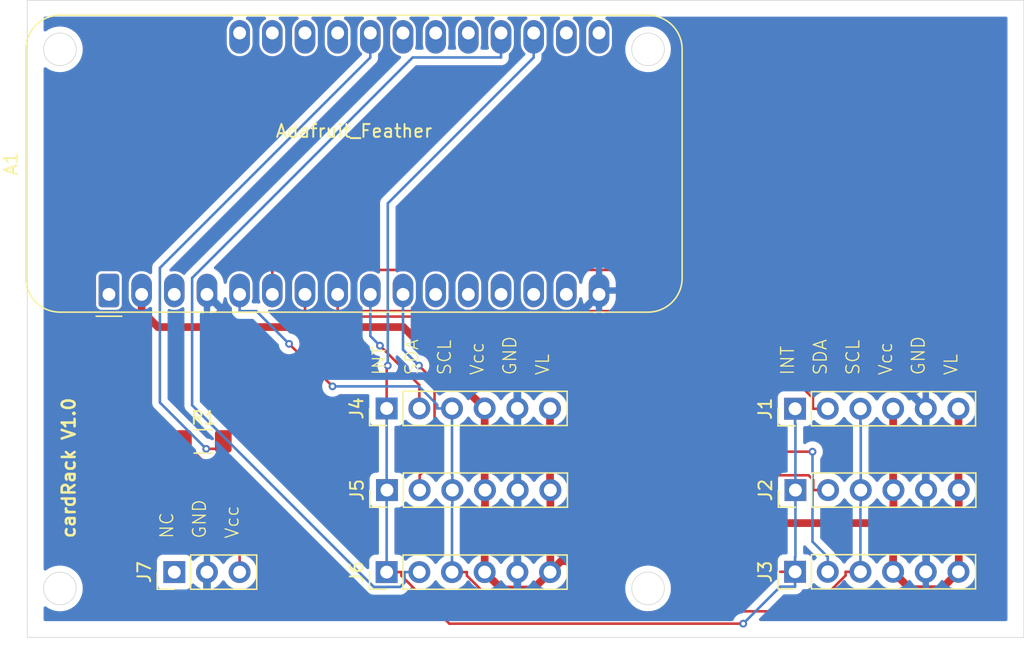
<source format=kicad_pcb>
(kicad_pcb (version 20240108) (generator "pcbnew") (generator_version "8.0")
  (layers (0 "F.Cu" signal) (31 "B.Cu" signal) (34 "B.Paste" user) (35 "F.Paste" user) (36 "B.SilkS" user "B.Silkscreen") (37 "F.SilkS" user "F.Silkscreen") (38 "B.Mask" user) (39 "F.Mask" user) (44 "Edge.Cuts" user))
  (net 0 "")
  (net 18 "/SDA2")
  (net 19 "GND")
  (net 20 "/SCL")
  (net 21 "VCC")
  (net 22 "/LED")
  (net 23 "/SDA4")
  (net 24 "/SDA6")
  (net 25 "/SDA3")
  (net 26 "/INT")
  (net 27 "/SDA1")
  (net 28 "/SDA5")
  (net 29 "Net-(J7-Pin_3)")
  (footprint "Connector_PinHeader_2.54mm:PinHeader_1x06_P2.54mm_Vertical" (layer "F.Cu") (at 97.79 68.58 90)
    (property "Reference" "J1" (at 0 -2.33 90) (layer "F.SilkS"))
    (property "Value" "Conn_01x06_Pin")
    (fp_line (start -1.33 -1.33) (end 0 -1.33) (stroke (width 0.12)) (layer "F.SilkS"))
    (fp_line (start -1.33 0) (end -1.33 -1.33) (stroke (width 0.12)) (layer "F.SilkS"))
    (fp_line (start 1.33 1.27) (end 1.33 14.03) (stroke (width 0.12)) (layer "F.SilkS"))
    (fp_line (start -1.33 1.27) (end 1.33 1.27) (stroke (width 0.12)) (layer "F.SilkS"))
    (fp_line (start -1.33 1.27) (end -1.33 14.03) (stroke (width 0.12)) (layer "F.SilkS"))
    (fp_line (start -1.33 14.03) (end 1.33 14.03) (stroke (width 0.12)) (layer "F.SilkS"))
    (pad "1" thru_hole rect (at 0 0 90) (size 1.7 1.7) (drill 1) (layers "*.Cu" "*.Mask") (net 26 "/INT"))
    (pad "2" thru_hole oval (at 0 2.54 90) (size 1.7 1.7) (drill 1) (layers "*.Cu" "*.Mask") (net 27 "/SDA1"))
    (pad "3" thru_hole oval (at 0 5.08 90) (size 1.7 1.7) (drill 1) (layers "*.Cu" "*.Mask") (net 20 "/SCL"))
    (pad "4" thru_hole oval (at 0 7.62 90) (size 1.7 1.7) (drill 1) (layers "*.Cu" "*.Mask") (net 21 "VCC"))
    (pad "5" thru_hole oval (at 0 10.16 90) (size 1.7 1.7) (drill 1) (layers "*.Cu" "*.Mask") (net 19 "GND"))
    (pad "6" thru_hole oval (at 0 12.7 90) (size 1.7 1.7) (drill 1) (layers "*.Cu" "*.Mask") (net 21 "VCC"))
  )
  (footprint "Module:Adafruit_Feather" (layer "F.Cu") (at 44.45 59.69 90)
    (property "Reference" "A1" (at 10.16 -7.62 90) (layer "F.SilkS"))
    (property "Value" "Adafruit_Feather" (at 12.7 19.05 180) (layer "F.SilkS"))
    (fp_line (start 19.05 -6.46) (end 1.27 -6.46) (stroke (width 0.12)) (layer "F.SilkS"))
    (fp_line (start 21.7 -3.81) (end 21.7 41.91) (stroke (width 0.12)) (layer "F.SilkS"))
    (fp_line (start -1.38 -3.81) (end -1.38 41.91) (stroke (width 0.12)) (layer "F.SilkS"))
    (fp_line (start -1.7 1) (end -1.7 -1) (stroke (width 0.12)) (layer "F.SilkS"))
    (fp_line (start 19.05 44.56) (end 1.27 44.56) (stroke (width 0.12)) (layer "F.SilkS"))
    (fp_arc (start 19.05 -6.46) (mid 20.923833 -5.683833) (end 21.7 -3.81) (stroke (width 0.12)) (layer "F.SilkS"))
    (fp_arc (start -1.38 -3.81) (mid -0.603833 -5.683833) (end 1.27 -6.46) (stroke (width 0.12)) (layer "F.SilkS"))
    (fp_arc (start 21.7 41.91) (mid 20.923833 43.783833) (end 19.05 44.56) (stroke (width 0.12)) (layer "F.SilkS"))
    (fp_arc (start 1.27 44.56) (mid -0.603833 43.783833) (end -1.38 41.91) (stroke (width 0.12)) (layer "F.SilkS"))
    (pad "1" thru_hole roundrect (at 0 0 90) (size 2.6 1.6) (drill 1 (offset 0.3 0)) (layers "*.Cu" "*.Mask") (roundrect_rratio 0.15625))
    (pad "2" thru_hole oval (at 0 2.54 90) (size 2.6 1.6) (drill 1 (offset 0.3 0)) (layers "*.Cu" "*.Mask") (net 21 "VCC"))
    (pad "3" thru_hole oval (at 0 5.08 90) (size 2.6 1.6) (drill 1 (offset 0.3 0)) (layers "*.Cu" "*.Mask"))
    (pad "4" thru_hole oval (at 0 7.62 90) (size 2.6 1.6) (drill 1 (offset 0.3 0)) (layers "*.Cu" "*.Mask") (net 19 "GND"))
    (pad "5" thru_hole oval (at 0 10.16 90) (size 2.6 1.6) (drill 1 (offset 0.3 0)) (layers "*.Cu" "*.Mask") (net 20 "/SCL"))
    (pad "6" thru_hole oval (at 0 12.7 90) (size 2.6 1.6) (drill 1 (offset 0.3 0)) (layers "*.Cu" "*.Mask") (net 27 "/SDA1"))
    (pad "7" thru_hole oval (at 0 15.24 90) (size 2.6 1.6) (drill 1 (offset 0.3 0)) (layers "*.Cu" "*.Mask") (net 18 "/SDA2"))
    (pad "8" thru_hole oval (at 0 17.78 90) (size 2.6 1.6) (drill 1 (offset 0.3 0)) (layers "*.Cu" "*.Mask") (net 25 "/SDA3"))
    (pad "9" thru_hole oval (at 0 20.32 90) (size 2.6 1.6) (drill 1 (offset 0.3 0)) (layers "*.Cu" "*.Mask") (net 23 "/SDA4"))
    (pad "10" thru_hole oval (at 0 22.86 90) (size 2.6 1.6) (drill 1 (offset 0.3 0)) (layers "*.Cu" "*.Mask") (net 28 "/SDA5"))
    (pad "11" thru_hole oval (at 0 25.4 90) (size 2.6 1.6) (drill 1 (offset 0.3 0)) (layers "*.Cu" "*.Mask"))
    (pad "12" thru_hole oval (at 0 27.94 90) (size 2.6 1.6) (drill 1 (offset 0.3 0)) (layers "*.Cu" "*.Mask"))
    (pad "13" thru_hole oval (at 0 30.48 90) (size 2.6 1.6) (drill 1 (offset 0.3 0)) (layers "*.Cu" "*.Mask"))
    (pad "14" thru_hole oval (at 0 33.02 90) (size 2.6 1.6) (drill 1 (offset 0.3 0)) (layers "*.Cu" "*.Mask"))
    (pad "15" thru_hole oval (at 0 35.56 90) (size 2.6 1.6) (drill 1 (offset 0.3 0)) (layers "*.Cu" "*.Mask"))
    (pad "16" thru_hole oval (at 0 38.1 90) (size 2.6 1.6) (drill 1 (offset 0.3 0)) (layers "*.Cu" "*.Mask") (net 19 "GND"))
    (pad "17" thru_hole oval (at 20.32 38.1 270) (size 2.6 1.6) (drill 1 (offset 0.3 0)) (layers "*.Cu" "*.Mask"))
    (pad "18" thru_hole oval (at 20.32 35.56 270) (size 2.6 1.6) (drill 1 (offset 0.3 0)) (layers "*.Cu" "*.Mask"))
    (pad "19" thru_hole oval (at 20.32 33.02 270) (size 2.6 1.6) (drill 1 (offset 0.3 0)) (layers "*.Cu" "*.Mask") (net 26 "/INT"))
    (pad "20" thru_hole oval (at 20.32 30.48 270) (size 2.6 1.6) (drill 1 (offset 0.3 0)) (layers "*.Cu" "*.Mask") (net 24 "/SDA6"))
    (pad "21" thru_hole oval (at 20.32 27.94 270) (size 2.6 1.6) (drill 1 (offset 0.3 0)) (layers "*.Cu" "*.Mask"))
    (pad "22" thru_hole oval (at 20.32 25.4 270) (size 2.6 1.6) (drill 1 (offset 0.3 0)) (layers "*.Cu" "*.Mask"))
    (pad "23" thru_hole oval (at 20.32 22.86 270) (size 2.6 1.6) (drill 1 (offset 0.3 0)) (layers "*.Cu" "*.Mask"))
    (pad "24" thru_hole oval (at 20.32 20.32 270) (size 2.6 1.6) (drill 1 (offset 0.3 0)) (layers "*.Cu" "*.Mask") (net 22 "/LED"))
    (pad "25" thru_hole oval (at 20.32 17.78 270) (size 2.6 1.6) (drill 1 (offset 0.3 0)) (layers "*.Cu" "*.Mask"))
    (pad "26" thru_hole oval (at 20.32 15.24 270) (size 2.6 1.6) (drill 1 (offset 0.3 0)) (layers "*.Cu" "*.Mask"))
    (pad "27" thru_hole oval (at 20.32 12.7 270) (size 2.6 1.6) (drill 1 (offset 0.3 0)) (layers "*.Cu" "*.Mask"))
    (pad "28" thru_hole oval (at 20.32 10.16 270) (size 2.6 1.6) (drill 1 (offset 0.3 0)) (layers "*.Cu" "*.Mask"))
  )
  (footprint "Connector_PinHeader_2.54mm:PinHeader_1x06_P2.54mm_Vertical" (layer "F.Cu") (at 66.04 81.28 90)
    (property "Reference" "J6" (at 0 -2.33 90) (layer "F.SilkS"))
    (property "Value" "Conn_01x06_Pin")
    (fp_line (start -1.33 -1.33) (end 0 -1.33) (stroke (width 0.12)) (layer "F.SilkS"))
    (fp_line (start -1.33 0) (end -1.33 -1.33) (stroke (width 0.12)) (layer "F.SilkS"))
    (fp_line (start 1.33 1.27) (end 1.33 14.03) (stroke (width 0.12)) (layer "F.SilkS"))
    (fp_line (start -1.33 1.27) (end 1.33 1.27) (stroke (width 0.12)) (layer "F.SilkS"))
    (fp_line (start -1.33 1.27) (end -1.33 14.03) (stroke (width 0.12)) (layer "F.SilkS"))
    (fp_line (start -1.33 14.03) (end 1.33 14.03) (stroke (width 0.12)) (layer "F.SilkS"))
    (pad "1" thru_hole rect (at 0 0 90) (size 1.7 1.7) (drill 1) (layers "*.Cu" "*.Mask") (net 26 "/INT"))
    (pad "2" thru_hole oval (at 0 2.54 90) (size 1.7 1.7) (drill 1) (layers "*.Cu" "*.Mask") (net 24 "/SDA6"))
    (pad "3" thru_hole oval (at 0 5.08 90) (size 1.7 1.7) (drill 1) (layers "*.Cu" "*.Mask") (net 20 "/SCL"))
    (pad "4" thru_hole oval (at 0 7.62 90) (size 1.7 1.7) (drill 1) (layers "*.Cu" "*.Mask") (net 21 "VCC"))
    (pad "5" thru_hole oval (at 0 10.16 90) (size 1.7 1.7) (drill 1) (layers "*.Cu" "*.Mask") (net 19 "GND"))
    (pad "6" thru_hole oval (at 0 12.7 90) (size 1.7 1.7) (drill 1) (layers "*.Cu" "*.Mask") (net 21 "VCC"))
  )
  (footprint "Connector_PinHeader_2.54mm:PinHeader_1x06_P2.54mm_Vertical" (layer "F.Cu") (at 97.79 81.255 90)
    (property "Reference" "J3" (at 0 -2.33 90) (layer "F.SilkS"))
    (property "Value" "Conn_01x06_Pin")
    (fp_line (start -1.33 -1.33) (end 0 -1.33) (stroke (width 0.12)) (layer "F.SilkS"))
    (fp_line (start -1.33 0) (end -1.33 -1.33) (stroke (width 0.12)) (layer "F.SilkS"))
    (fp_line (start 1.33 1.27) (end 1.33 14.03) (stroke (width 0.12)) (layer "F.SilkS"))
    (fp_line (start -1.33 1.27) (end 1.33 1.27) (stroke (width 0.12)) (layer "F.SilkS"))
    (fp_line (start -1.33 1.27) (end -1.33 14.03) (stroke (width 0.12)) (layer "F.SilkS"))
    (fp_line (start -1.33 14.03) (end 1.33 14.03) (stroke (width 0.12)) (layer "F.SilkS"))
    (pad "1" thru_hole rect (at 0 0 90) (size 1.7 1.7) (drill 1) (layers "*.Cu" "*.Mask") (net 26 "/INT"))
    (pad "2" thru_hole oval (at 0 2.54 90) (size 1.7 1.7) (drill 1) (layers "*.Cu" "*.Mask") (net 25 "/SDA3"))
    (pad "3" thru_hole oval (at 0 5.08 90) (size 1.7 1.7) (drill 1) (layers "*.Cu" "*.Mask") (net 20 "/SCL"))
    (pad "4" thru_hole oval (at 0 7.62 90) (size 1.7 1.7) (drill 1) (layers "*.Cu" "*.Mask") (net 21 "VCC"))
    (pad "5" thru_hole oval (at 0 10.16 90) (size 1.7 1.7) (drill 1) (layers "*.Cu" "*.Mask") (net 19 "GND"))
    (pad "6" thru_hole oval (at 0 12.7 90) (size 1.7 1.7) (drill 1) (layers "*.Cu" "*.Mask") (net 21 "VCC"))
  )
  (footprint "Connector_PinHeader_2.54mm:PinHeader_1x03_P2.54mm_Vertical" (layer "F.Cu") (at 49.53 81.28 90)
    (property "Reference" "J7" (at 0 -2.33 90) (layer "F.SilkS"))
    (property "Value" "Conn_01x03_Pin")
    (fp_line (start -1.33 -1.33) (end 0 -1.33) (stroke (width 0.12)) (layer "F.SilkS"))
    (fp_line (start -1.33 0) (end -1.33 -1.33) (stroke (width 0.12)) (layer "F.SilkS"))
    (fp_line (start 1.33 1.27) (end 1.33 6.41) (stroke (width 0.12)) (layer "F.SilkS"))
    (fp_line (start -1.33 1.27) (end 1.33 1.27) (stroke (width 0.12)) (layer "F.SilkS"))
    (fp_line (start -1.33 1.27) (end -1.33 6.41) (stroke (width 0.12)) (layer "F.SilkS"))
    (fp_line (start -1.33 6.41) (end 1.33 6.41) (stroke (width 0.12)) (layer "F.SilkS"))
    (pad "1" thru_hole rect (at 0 0 90) (size 1.7 1.7) (drill 1) (layers "*.Cu" "*.Mask"))
    (pad "2" thru_hole oval (at 0 2.54 90) (size 1.7 1.7) (drill 1) (layers "*.Cu" "*.Mask") (net 19 "GND"))
    (pad "3" thru_hole oval (at 0 5.08 90) (size 1.7 1.7) (drill 1) (layers "*.Cu" "*.Mask") (net 29 "Net-(J7-Pin_3)"))
  )
  (footprint "Resistor_SMD:R_1206_3216Metric_Pad1.30x1.75mm_HandSolder" (layer "F.Cu") (at 51.79 71.12)
    (property "Reference" "R1" (at 0 -1.82 0) (layer "F.SilkS"))
    (property "Value" "R")
    (fp_line (start -0.727064 -0.91) (end 0.727064 -0.91) (stroke (width 0.12)) (layer "F.SilkS"))
    (fp_line (start -0.727064 0.91) (end 0.727064 0.91) (stroke (width 0.12)) (layer "F.SilkS"))
    (pad "1" smd roundrect (at -1.55 0) (size 1.3 1.75) (layers "F.Cu" "F.Paste" "F.Mask") (roundrect_rratio 0.192308) (net 29 "Net-(J7-Pin_3)"))
    (pad "2" smd roundrect (at 1.55 0) (size 1.3 1.75) (layers "F.Cu" "F.Paste" "F.Mask") (roundrect_rratio 0.192308) (net 22 "/LED"))
  )
  (footprint "Connector_PinHeader_2.54mm:PinHeader_1x06_P2.54mm_Vertical" (layer "F.Cu") (at 66.065 74.905 90)
    (property "Reference" "J5" (at 0 -2.33 90) (layer "F.SilkS"))
    (property "Value" "Conn_01x06_Pin")
    (fp_line (start -1.33 -1.33) (end 0 -1.33) (stroke (width 0.12)) (layer "F.SilkS"))
    (fp_line (start -1.33 0) (end -1.33 -1.33) (stroke (width 0.12)) (layer "F.SilkS"))
    (fp_line (start 1.33 1.27) (end 1.33 14.03) (stroke (width 0.12)) (layer "F.SilkS"))
    (fp_line (start -1.33 1.27) (end 1.33 1.27) (stroke (width 0.12)) (layer "F.SilkS"))
    (fp_line (start -1.33 1.27) (end -1.33 14.03) (stroke (width 0.12)) (layer "F.SilkS"))
    (fp_line (start -1.33 14.03) (end 1.33 14.03) (stroke (width 0.12)) (layer "F.SilkS"))
    (pad "1" thru_hole rect (at 0 0 90) (size 1.7 1.7) (drill 1) (layers "*.Cu" "*.Mask") (net 26 "/INT"))
    (pad "2" thru_hole oval (at 0 2.54 90) (size 1.7 1.7) (drill 1) (layers "*.Cu" "*.Mask") (net 28 "/SDA5"))
    (pad "3" thru_hole oval (at 0 5.08 90) (size 1.7 1.7) (drill 1) (layers "*.Cu" "*.Mask") (net 20 "/SCL"))
    (pad "4" thru_hole oval (at 0 7.62 90) (size 1.7 1.7) (drill 1) (layers "*.Cu" "*.Mask") (net 21 "VCC"))
    (pad "5" thru_hole oval (at 0 10.16 90) (size 1.7 1.7) (drill 1) (layers "*.Cu" "*.Mask") (net 19 "GND"))
    (pad "6" thru_hole oval (at 0 12.7 90) (size 1.7 1.7) (drill 1) (layers "*.Cu" "*.Mask") (net 21 "VCC"))
  )
  (footprint "Connector_PinHeader_2.54mm:PinHeader_1x06_P2.54mm_Vertical" (layer "F.Cu") (at 97.815 74.905 90)
    (property "Reference" "J2" (at 0 -2.33 90) (layer "F.SilkS"))
    (property "Value" "Conn_01x06_Pin")
    (fp_line (start -1.33 -1.33) (end 0 -1.33) (stroke (width 0.12)) (layer "F.SilkS"))
    (fp_line (start -1.33 0) (end -1.33 -1.33) (stroke (width 0.12)) (layer "F.SilkS"))
    (fp_line (start 1.33 1.27) (end 1.33 14.03) (stroke (width 0.12)) (layer "F.SilkS"))
    (fp_line (start -1.33 1.27) (end 1.33 1.27) (stroke (width 0.12)) (layer "F.SilkS"))
    (fp_line (start -1.33 1.27) (end -1.33 14.03) (stroke (width 0.12)) (layer "F.SilkS"))
    (fp_line (start -1.33 14.03) (end 1.33 14.03) (stroke (width 0.12)) (layer "F.SilkS"))
    (pad "1" thru_hole rect (at 0 0 90) (size 1.7 1.7) (drill 1) (layers "*.Cu" "*.Mask") (net 26 "/INT"))
    (pad "2" thru_hole oval (at 0 2.54 90) (size 1.7 1.7) (drill 1) (layers "*.Cu" "*.Mask") (net 18 "/SDA2"))
    (pad "3" thru_hole oval (at 0 5.08 90) (size 1.7 1.7) (drill 1) (layers "*.Cu" "*.Mask") (net 20 "/SCL"))
    (pad "4" thru_hole oval (at 0 7.62 90) (size 1.7 1.7) (drill 1) (layers "*.Cu" "*.Mask") (net 21 "VCC"))
    (pad "5" thru_hole oval (at 0 10.16 90) (size 1.7 1.7) (drill 1) (layers "*.Cu" "*.Mask") (net 19 "GND"))
    (pad "6" thru_hole oval (at 0 12.7 90) (size 1.7 1.7) (drill 1) (layers "*.Cu" "*.Mask") (net 21 "VCC"))
  )
  (footprint "Connector_PinHeader_2.54mm:PinHeader_1x06_P2.54mm_Vertical" (layer "F.Cu") (at 66.04 68.555 90)
    (property "Reference" "J4" (at 0 -2.33 90) (layer "F.SilkS"))
    (property "Value" "Conn_01x06_Pin")
    (fp_line (start -1.33 -1.33) (end 0 -1.33) (stroke (width 0.12)) (layer "F.SilkS"))
    (fp_line (start -1.33 0) (end -1.33 -1.33) (stroke (width 0.12)) (layer "F.SilkS"))
    (fp_line (start 1.33 1.27) (end 1.33 14.03) (stroke (width 0.12)) (layer "F.SilkS"))
    (fp_line (start -1.33 1.27) (end 1.33 1.27) (stroke (width 0.12)) (layer "F.SilkS"))
    (fp_line (start -1.33 1.27) (end -1.33 14.03) (stroke (width 0.12)) (layer "F.SilkS"))
    (fp_line (start -1.33 14.03) (end 1.33 14.03) (stroke (width 0.12)) (layer "F.SilkS"))
    (pad "1" thru_hole rect (at 0 0 90) (size 1.7 1.7) (drill 1) (layers "*.Cu" "*.Mask") (net 26 "/INT"))
    (pad "2" thru_hole oval (at 0 2.54 90) (size 1.7 1.7) (drill 1) (layers "*.Cu" "*.Mask") (net 23 "/SDA4"))
    (pad "3" thru_hole oval (at 0 5.08 90) (size 1.7 1.7) (drill 1) (layers "*.Cu" "*.Mask") (net 20 "/SCL"))
    (pad "4" thru_hole oval (at 0 7.62 90) (size 1.7 1.7) (drill 1) (layers "*.Cu" "*.Mask") (net 21 "VCC"))
    (pad "5" thru_hole oval (at 0 10.16 90) (size 1.7 1.7) (drill 1) (layers "*.Cu" "*.Mask") (net 19 "GND"))
    (pad "6" thru_hole oval (at 0 12.7 90) (size 1.7 1.7) (drill 1) (layers "*.Cu" "*.Mask") (net 21 "VCC"))
  )
  (gr_rect (start 38.1 36.83) (end 115.57 86.36) (stroke (width 0.05)) (fill none) (layer "Edge.Cuts"))
  (gr_circle (center 40.64 82.55) (end 40.64 81.28) (stroke (width 0.05)) (fill none) (layer "Edge.Cuts"))
  (gr_circle (center 86.36 40.64) (end 86.36 39.37) (stroke (width 0.05)) (fill none) (layer "Edge.Cuts"))
  (gr_circle (center 40.64 40.64) (end 40.64 39.37) (stroke (width 0.05)) (fill none) (layer "Edge.Cuts"))
  (gr_circle (center 86.36 82.55) (end 86.36 81.28) (stroke (width 0.05)) (fill none) (layer "Edge.Cuts"))
  (gr_text "GND" (at 76.2 66.04 90) (layer "F.SilkS") (effects (font (size 1 1) (thickness 0.1)) (justify left bottom)))
  (gr_text "SDA" (at 68.58 66.04 90) (layer "F.SilkS") (effects (font (size 1 1) (thickness 0.1)) (justify left bottom)))
  (gr_text "VL" (at 78.74 66.04 90) (layer "F.SilkS") (effects (font (size 1 1) (thickness 0.1)) (justify left bottom)))
  (gr_text "Vcc" (at 54.61 78.74 90) (layer "F.SilkS") (effects (font (size 1 1) (thickness 0.1)) (justify left bottom)))
  (gr_text "VL" (at 110.49 66.04 90) (layer "F.SilkS") (effects (font (size 1 1) (thickness 0.1)) (justify left bottom)))
  (gr_text "SCL" (at 102.87 66.04 90) (layer "F.SilkS") (effects (font (size 1 1) (thickness 0.1)) (justify left bottom)))
  (gr_text "INT\n" (at 66.04 66.04 90) (layer "F.SilkS") (effects (font (size 1 1) (thickness 0.1)) (justify left bottom)))
  (gr_text "GND" (at 107.95 66.04 90) (layer "F.SilkS") (effects (font (size 1 1) (thickness 0.1)) (justify left bottom)))
  (gr_text "INT\n" (at 97.79 66.04 90) (layer "F.SilkS") (effects (font (size 1 1) (thickness 0.1)) (justify left bottom)))
  (gr_text "NC" (at 49.53 78.74 90) (layer "F.SilkS") (effects (font (size 1 1) (thickness 0.1)) (justify left bottom)))
  (gr_text "SDA" (at 100.33 66.04 90) (layer "F.SilkS") (effects (font (size 1 1) (thickness 0.1)) (justify left bottom)))
  (gr_text "Vcc" (at 73.66 66.04 90) (layer "F.SilkS") (effects (font (size 1 1) (thickness 0.1)) (justify left bottom)))
  (gr_text "SCL" (at 71.12 66.04 90) (layer "F.SilkS") (effects (font (size 1 1) (thickness 0.1)) (justify left bottom)))
  (gr_text "cardRack V1.0" (at 41.91 78.74 90) (layer "F.SilkS") (effects (font (size 1 1) (thickness 0.2) (bold yes)) (justify left bottom)))
  (gr_text "Vcc" (at 105.41 66.04 90) (layer "F.SilkS") (effects (font (size 1 1) (thickness 0.1)) (justify left bottom)))
  (gr_text "GND" (at 52.07 78.74 90) (layer "F.SilkS") (effects (font (size 1 1) (thickness 0.1)) (justify left bottom)))
  (segment (start 98.8434 73.7533) (end 99.2033 74.1132) (width 0.2) (layer "F.Cu") (net 18))
  (segment (start 99.2033 74.905) (end 100.355 74.905) (width 0.2) (layer "F.Cu") (net 18))
  (segment (start 99.2033 74.1132) (end 99.2033 74.905) (width 0.2) (layer "F.Cu") (net 18))
  (segment (start 59.69 60.9917) (end 60.1145 61.4162) (width 0.2) (layer "F.Cu") (net 18))
  (segment (start 90.8427 73.7533) (end 98.8434 73.7533) (width 0.2) (layer "F.Cu") (net 18))
  (segment (start 60.1145 61.4162) (end 78.5056 61.4162) (width 0.2) (layer "F.Cu") (net 18))
  (segment (start 78.5056 61.4162) (end 90.8427 73.7533) (width 0.2) (layer "F.Cu") (net 18))
  (segment (start 59.69 59.69) (end 59.69 60.9917) (width 0.2) (layer "F.Cu") (net 18))
  (segment (start 76.2 74.88) (end 76.225 74.905) (width 0.6) (layer "B.Cu") (net 19))
  (segment (start 76.2 66.04) (end 82.55 59.69) (width 0.6) (layer "B.Cu") (net 19))
  (segment (start 76.2 84.29) (end 52.07 84.29) (width 0.6) (layer "B.Cu") (net 19))
  (segment (start 76.2 66.04) (end 105.41 66.04) (width 0.6) (layer "B.Cu") (net 19))
  (segment (start 76.2 68.555) (end 76.2 74.88) (width 0.6) (layer "B.Cu") (net 19))
  (segment (start 76.2 66.04) (end 58.42 66.04) (width 0.6) (layer "B.Cu") (net 19))
  (segment (start 107.95 68.58) (end 107.95 74.88) (width 0.6) (layer "B.Cu") (net 19))
  (segment (start 76.2 68.555) (end 76.2 66.04) (width 0.6) (layer "B.Cu") (net 19))
  (segment (start 76.225 76.175) (end 76.2 76.2) (width 0.6) (layer "B.Cu") (net 19))
  (segment (start 76.2 81.28) (end 76.2 84.29) (width 0.6) (layer "B.Cu") (net 19))
  (segment (start 107.975 74.905) (end 107.975 81.23) (width 0.6) (layer "B.Cu") (net 19))
  (segment (start 58.42 66.04) (end 52.07 59.69) (width 0.6) (layer "B.Cu") (net 19))
  (segment (start 76.2 76.2) (end 76.2 81.28) (width 0.6) (layer "B.Cu") (net 19))
  (segment (start 105.41 66.04) (end 107.95 68.58) (width 0.6) (layer "B.Cu") (net 19))
  (segment (start 52.07 84.29) (end 52.07 81.28) (width 0.6) (layer "B.Cu") (net 19))
  (segment (start 76.225 74.905) (end 76.225 76.175) (width 0.6) (layer "B.Cu") (net 19))
  (segment (start 107.95 74.88) (end 107.975 74.905) (width 0.6) (layer "B.Cu") (net 19))
  (segment (start 107.975 81.23) (end 107.95 81.255) (width 0.6) (layer "B.Cu") (net 19))
  (segment (start 86.69569 84.399799) (end 86.36 84.430012) (width 0.2) (layer "F.Cu") (net 20))
  (segment (start 59.75915 64.77) (end 59.69 64.77) (width 0.2) (layer "F.Cu") (net 20))
  (segment (start 86.955845 84.328) (end 86.69569 84.399799) (width 0.2) (layer "F.Cu") (net 20))
  (segment (start 102.87 81.255) (end 101.7183 81.255) (width 0.2) (layer "F.Cu") (net 20))
  (segment (start 98.9332 84.328) (end 86.955845 84.328) (width 0.2) (layer "F.Cu") (net 20))
  (segment (start 61.82915 66.84) (end 59.75915 64.77) (width 0.2) (layer "F.Cu") (net 20))
  (segment (start 86.36 84.430012) (end 75.153212 84.430012) (width 0.2) (layer "F.Cu") (net 20))
  (segment (start 101.7183 81.5429) (end 98.9332 84.328) (width 0.2) (layer "F.Cu") (net 20))
  (segment (start 72.2717 81.28) (end 71.12 81.28) (width 0.2) (layer "F.Cu") (net 20))
  (segment (start 59.69 64.77) (end 58.4571 63.5371) (width 0.2) (layer "F.Cu") (net 20))
  (segment (start 101.7183 81.255) (end 101.7183 81.5429) (width 0.2) (layer "F.Cu") (net 20))
  (segment (start 72.2717 81.5485) (end 72.2717 81.28) (width 0.2) (layer "F.Cu") (net 20))
  (segment (start 75.153212 84.430012) (end 72.2717 81.5485) (width 0.2) (layer "F.Cu") (net 20))
  (via (at 61.82915 66.84) (size 0.6) (drill 0.3) (layers "F.Cu" "B.Cu") (net 20))
  (via (at 58.4571 63.5371) (size 0.6) (drill 0.3) (layers "F.Cu" "B.Cu") (net 20))
  (segment (start 71.12 73.7283) (end 71.145 73.7533) (width 0.2) (layer "B.Cu") (net 20))
  (segment (start 102.87 69.7317) (end 102.895 69.7567) (width 0.2) (layer "B.Cu") (net 20))
  (segment (start 102.895 74.905) (end 102.895 76.0567) (width 0.2) (layer "B.Cu") (net 20))
  (segment (start 68.5429 66.8417) (end 69.9683 68.2671) (width 0.2) (layer "B.Cu") (net 20))
  (segment (start 71.145 74.905) (end 71.145 76.0567) (width 0.2) (layer "B.Cu") (net 20))
  (segment (start 54.61 60.9917) (end 55.9117 60.9917) (width 0.2) (layer "B.Cu") (net 20))
  (segment (start 102.895 76.0567) (end 102.87 76.0817) (width 0.2) (layer "B.Cu") (net 20))
  (segment (start 71.12 76.0817) (end 71.12 81.28) (width 0.2) (layer "B.Cu") (net 20))
  (segment (start 61.83085 66.8417) (end 68.5429 66.8417) (width 0.2) (layer "B.Cu") (net 20))
  (segment (start 71.12 68.555) (end 71.12 73.7283) (width 0.2) (layer "B.Cu") (net 20))
  (segment (start 69.9683 68.2671) (end 69.9683 68.555) (width 0.2) (layer "B.Cu") (net 20))
  (segment (start 55.9117 60.9917) (end 58.4571 63.5371) (width 0.2) (layer "B.Cu") (net 20))
  (segment (start 54.61 59.69) (end 54.61 60.9917) (width 0.2) (layer "B.Cu") (net 20))
  (segment (start 102.87 68.58) (end 102.87 69.7317) (width 0.2) (layer "B.Cu") (net 20))
  (segment (start 71.145 73.7533) (end 71.145 74.905) (width 0.2) (layer "B.Cu") (net 20))
  (segment (start 71.145 76.0567) (end 71.12 76.0817) (width 0.2) (layer "B.Cu") (net 20))
  (segment (start 102.87 76.0817) (end 102.87 81.255) (width 0.2) (layer "B.Cu") (net 20))
  (segment (start 61.82915 66.84) (end 61.83085 66.8417) (width 0.2) (layer "B.Cu") (net 20))
  (segment (start 102.895 69.7567) (end 102.895 74.905) (width 0.2) (layer "B.Cu") (net 20))
  (segment (start 69.9683 68.555) (end 71.12 68.555) (width 0.2) (layer "B.Cu") (net 20))
  (segment (start 110.515 74.905) (end 110.515 81.23) (width 0.6) (layer "F.Cu") (net 21))
  (segment (start 73.685 76.175) (end 73.66 76.2) (width 0.6) (layer "F.Cu") (net 21))
  (segment (start 73.66 74.88) (end 73.685 74.905) (width 0.6) (layer "F.Cu") (net 21))
  (segment (start 73.685 74.905) (end 73.685 76.175) (width 0.6) (layer "F.Cu") (net 21))
  (segment (start 105.41 74.88) (end 105.435 74.905) (width 0.6) (layer "F.Cu") (net 21))
  (segment (start 78.74 68.555) (end 78.74 74.88) (width 0.6) (layer "F.Cu") (net 21))
  (segment (start 78.765 81.255) (end 78.74 81.28) (width 0.6) (layer "F.Cu") (net 21))
  (segment (start 78.74 81.28) (end 78.765 81.255) (width 0.6) (layer "F.Cu") (net 21))
  (segment (start 73.66 81.28) (end 75.01 82.63) (width 0.6) (layer "F.Cu") (net 21))
  (segment (start 79.59 80.43) (end 83.4 80.43) (width 0.6) (layer "F.Cu") (net 21))
  (segment (start 86.36 77.47) (end 105.41 77.47) (width 0.6) (layer "F.Cu") (net 21))
  (segment (start 75.01 82.63) (end 77.39 82.63) (width 0.6) (layer "F.Cu") (net 21))
  (segment (start 77.39 82.63) (end 78.74 81.28) (width 0.6) (layer "F.Cu") (net 21))
  (segment (start 78.74 74.88) (end 78.765 74.905) (width 0.6) (layer "F.Cu") (net 21))
  (segment (start 73.66 76.2) (end 73.66 81.28) (width 0.6) (layer "F.Cu") (net 21))
  (segment (start 48.26 62.23) (end 46.99 60.96) (width 0.6) (layer "F.Cu") (net 21))
  (segment (start 106.76 82.605) (end 109.14 82.605) (width 0.6) (layer "F.Cu") (net 21))
  (segment (start 110.49 74.88) (end 110.515 74.905) (width 0.6) (layer "F.Cu") (net 21))
  (segment (start 105.435 76.175) (end 105.41 76.2) (width 0.6) (layer "F.Cu") (net 21))
  (segment (start 73.66 68.555) (end 73.66 74.88) (width 0.6) (layer "F.Cu") (net 21))
  (segment (start 109.14 82.605) (end 110.49 81.255) (width 0.6) (layer "F.Cu") (net 21))
  (segment (start 67.335 62.23) (end 48.26 62.23) (width 0.6) (layer "F.Cu") (net 21))
  (segment (start 83.4 80.43) (end 86.36 77.47) (width 0.6) (layer "F.Cu") (net 21))
  (segment (start 105.41 81.255) (end 106.76 82.605) (width 0.6) (layer "F.Cu") (net 21))
  (segment (start 105.41 77.47) (end 105.41 81.255) (width 0.6) (layer "F.Cu") (net 21))
  (segment (start 46.99 60.96) (end 46.99 59.69) (width 0.6) (layer "F.Cu") (net 21))
  (segment (start 105.41 68.58) (end 105.41 74.88) (width 0.6) (layer "F.Cu") (net 21))
  (segment (start 73.66 68.555) (end 67.335 62.23) (width 0.6) (layer "F.Cu") (net 21))
  (segment (start 78.765 74.905) (end 78.765 81.255) (width 0.6) (layer "F.Cu") (net 21))
  (segment (start 105.41 76.2) (end 105.41 77.47) (width 0.6) (layer "F.Cu") (net 21))
  (segment (start 110.515 81.23) (end 110.49 81.255) (width 0.6) (layer "F.Cu") (net 21))
  (segment (start 78.765 81.255) (end 79.59 80.43) (width 0.6) (layer "F.Cu") (net 21))
  (segment (start 110.49 68.58) (end 110.49 74.88) (width 0.6) (layer "F.Cu") (net 21))
  (segment (start 105.435 74.905) (end 105.435 76.175) (width 0.6) (layer "F.Cu") (net 21))
  (segment (start 52.0104 71.6973) (end 52.7627 71.6973) (width 0.2) (layer "F.Cu") (net 22))
  (segment (start 52.7627 71.6973) (end 53.34 71.12) (width 0.2) (layer "F.Cu") (net 22))
  (via (at 52.0104 71.6973) (size 0.6) (drill 0.3) (layers "F.Cu" "B.Cu") (net 22))
  (segment (start 48.4091 57.6326) (end 48.4091 68.096) (width 0.2) (layer "B.Cu") (net 22))
  (segment (start 48.4091 68.096) (end 52.0104 71.6973) (width 0.2) (layer "B.Cu") (net 22))
  (segment (start 64.77 39.37) (end 64.77 41.2717) (width 0.2) (layer "B.Cu") (net 22))
  (segment (start 64.77 41.2717) (end 48.4091 57.6326) (width 0.2) (layer "B.Cu") (net 22))
  (segment (start 65.5176 63.6759) (end 68.58 66.7383) (width 0.2) (layer "F.Cu") (net 23))
  (segment (start 68.58 66.7383) (end 68.58 68.555) (width 0.2) (layer "F.Cu") (net 23))
  (via (at 65.5176 63.6759) (size 0.6) (drill 0.3) (layers "F.Cu" "B.Cu") (net 23))
  (segment (start 64.77 62.9283) (end 65.5176 63.6759) (width 0.2) (layer "B.Cu") (net 23))
  (segment (start 64.77 59.69) (end 64.77 62.9283) (width 0.2) (layer "B.Cu") (net 23))
  (segment (start 67.4283 81.28) (end 67.4283 82.0945) (width 0.2) (layer "B.Cu") (net 24))
  (segment (start 65.0405 82.4317) (end 50.916 68.3072) (width 0.2) (layer "B.Cu") (net 24))
  (segment (start 67.4283 82.0945) (end 67.0911 82.4317) (width 0.2) (layer "B.Cu") (net 24))
  (segment (start 68.58 81.28) (end 67.4283 81.28) (width 0.2) (layer "B.Cu") (net 24))
  (segment (start 50.916 68.3072) (end 50.916 58.4168) (width 0.2) (layer "B.Cu") (net 24))
  (segment (start 50.916 58.4168) (end 68.0611 41.2717) (width 0.2) (layer "B.Cu") (net 24))
  (segment (start 68.0611 41.2717) (end 74.93 41.2717) (width 0.2) (layer "B.Cu") (net 24))
  (segment (start 74.93 41.2717) (end 74.93 39.37) (width 0.2) (layer "B.Cu") (net 24))
  (segment (start 67.0911 82.4317) (end 65.0405 82.4317) (width 0.2) (layer "B.Cu") (net 24))
  (segment (start 95.0123 71.9177) (end 99.1425 71.9177) (width 0.2) (layer "F.Cu") (net 25))
  (segment (start 62.23 60.9917) (end 84.0863 60.9917) (width 0.2) (layer "F.Cu") (net 25))
  (segment (start 84.0863 60.9917) (end 95.0123 71.9177) (width 0.2) (layer "F.Cu") (net 25))
  (segment (start 62.23 59.69) (end 62.23 60.9917) (width 0.2) (layer "F.Cu") (net 25))
  (via (at 99.1425 71.9177) (size 0.6) (drill 0.3) (layers "F.Cu" "B.Cu") (net 25))
  (segment (start 100.33 80.1033) (end 99.1425 78.9158) (width 0.2) (layer "B.Cu") (net 25))
  (segment (start 99.1425 78.9158) (end 99.1425 71.9177) (width 0.2) (layer "B.Cu") (net 25))
  (segment (start 100.33 81.255) (end 100.33 80.1033) (width 0.2) (layer "B.Cu") (net 25))
  (segment (start 66.04 81.28) (end 67.1917 81.28) (width 0.2) (layer "F.Cu") (net 26))
  (segment (start 67.1917 81.5679) (end 70.9104 85.2866) (width 0.2) (layer "F.Cu") (net 26))
  (segment (start 70.9104 85.2866) (end 93.7584 85.2866) (width 0.2) (layer "F.Cu") (net 26))
  (segment (start 66.04 65.3171) (end 66.04 68.555) (width 0.2) (layer "F.Cu") (net 26))
  (segment (start 67.1917 81.28) (end 67.1917 81.5679) (width 0.2) (layer "F.Cu") (net 26))
  (segment (start 97.79 81.255) (end 96.6383 81.255) (width 0.2) (layer "F.Cu") (net 26))
  (segment (start 66.1275 65.2296) (end 66.04 65.3171) (width 0.2) (layer "F.Cu") (net 26))
  (via (at 66.1275 65.2296) (size 0.6) (drill 0.3) (layers "F.Cu" "B.Cu") (net 26))
  (via (at 93.7584 85.2866) (size 0.6) (drill 0.3) (layers "F.Cu" "B.Cu") (net 26))
  (segment (start 66.04 68.555) (end 66.04 74.905) (width 0.2) (layer "B.Cu") (net 26))
  (segment (start 77.47 41.2717) (end 66.1275 52.6142) (width 0.2) (layer "B.Cu") (net 26))
  (segment (start 97.79 69.7317) (end 97.815 69.7567) (width 0.2) (layer "B.Cu") (net 26))
  (segment (start 66.1275 52.6142) (end 66.1275 65.2296) (width 0.2) (layer "B.Cu") (net 26))
  (segment (start 77.47 39.37) (end 77.47 41.2717) (width 0.2) (layer "B.Cu") (net 26))
  (segment (start 97.815 80.0783) (end 97.815 74.905) (width 0.2) (layer "B.Cu") (net 26))
  (segment (start 93.7584 85.2866) (end 96.6383 82.4067) (width 0.2) (layer "B.Cu") (net 26))
  (segment (start 66.04 74.905) (end 66.04 81.28) (width 0.2) (layer "B.Cu") (net 26))
  (segment (start 66.065 74.905) (end 66.04 74.905) (width 0.2) (layer "B.Cu") (net 26))
  (segment (start 97.79 81.255) (end 97.79 80.1033) (width 0.2) (layer "B.Cu") (net 26))
  (segment (start 96.6383 82.4067) (end 97.79 82.4067) (width 0.2) (layer "B.Cu") (net 26))
  (segment (start 97.79 68.58) (end 97.79 69.7317) (width 0.2) (layer "B.Cu") (net 26))
  (segment (start 97.815 69.7567) (end 97.815 74.905) (width 0.2) (layer "B.Cu") (net 26))
  (segment (start 97.79 80.1033) (end 97.815 80.0783) (width 0.2) (layer "B.Cu") (net 26))
  (segment (start 97.79 81.255) (end 97.79 82.4067) (width 0.2) (layer "B.Cu") (net 26))
  (segment (start 89.2011 57.7883) (end 57.15 57.7883) (width 0.2) (layer "F.Cu") (net 27))
  (segment (start 99.1783 68.58) (end 99.1783 67.7655) (width 0.2) (layer "F.Cu") (net 27))
  (segment (start 100.33 68.58) (end 99.1783 68.58) (width 0.2) (layer "F.Cu") (net 27))
  (segment (start 99.1783 67.7655) (end 89.2011 57.7883) (width 0.2) (layer "F.Cu") (net 27))
  (segment (start 57.15 57.7883) (end 57.15 59.69) (width 0.2) (layer "F.Cu") (net 27))
  (segment (start 69.7635 66.4374) (end 68.5524 65.2263) (width 0.2) (layer "F.Cu") (net 28))
  (segment (start 69.7635 72.5948) (end 69.7635 66.4374) (width 0.2) (layer "F.Cu") (net 28))
  (segment (start 68.605 73.7533) (end 69.7635 72.5948) (width 0.2) (layer "F.Cu") (net 28))
  (segment (start 68.605 74.905) (end 68.605 73.7533) (width 0.2) (layer "F.Cu") (net 28))
  (via (at 68.5524 65.2263) (size 0.6) (drill 0.3) (layers "F.Cu" "B.Cu") (net 28))
  (segment (start 67.31 63.9839) (end 68.5524 65.2263) (width 0.2) (layer "B.Cu") (net 28))
  (segment (start 67.31 59.69) (end 67.31 63.9839) (width 0.2) (layer "B.Cu") (net 28))
  (segment (start 54.61 75.49) (end 50.24 71.12) (width 0.2) (layer "F.Cu") (net 29))
  (segment (start 54.61 81.28) (end 54.61 75.49) (width 0.2) (layer "F.Cu") (net 29))
  (zone (net 19) (net_name "GND") (layer "B.Cu") (connect_pads (clearance 0.5)) (min_thickness 0.25) (fill yes (thermal_gap 0.5) (thermal_bridge_width 0.5) (island_removal_mode 1) (island_area_min 9.999999))
    (polygon (pts (xy 114.3 38.1) (xy 114.3 85.09) (xy 39.37 85.09) (xy 39.37 38.1)))
  )
)
</source>
